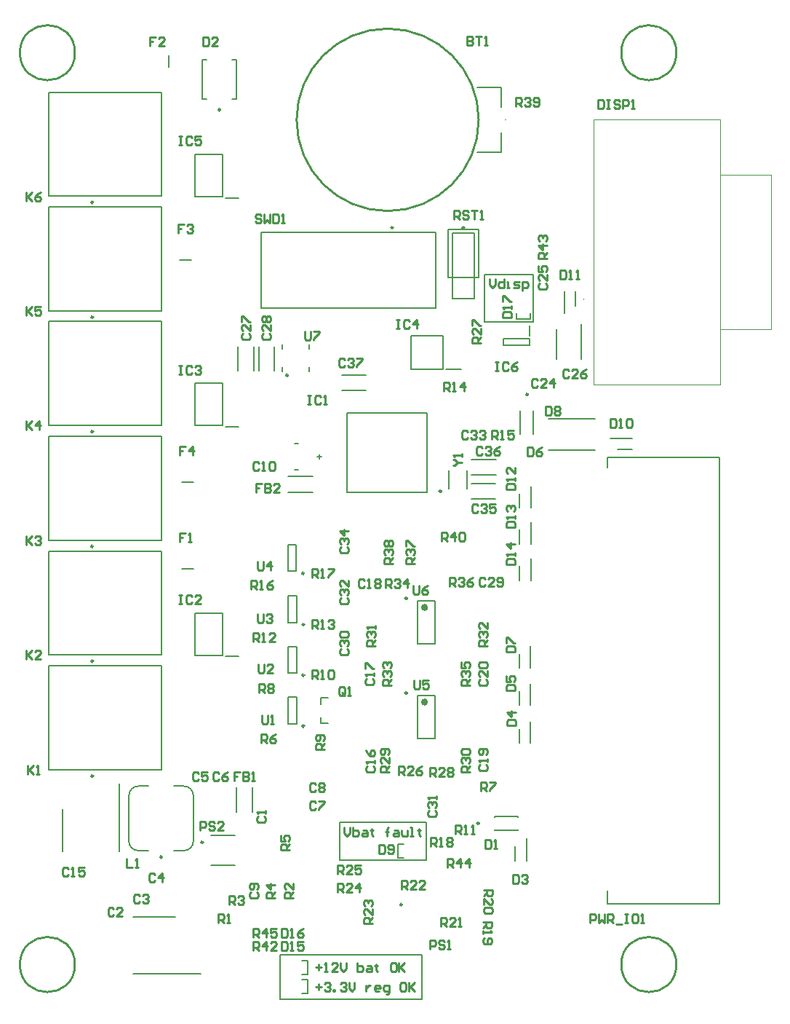
<source format=gbr>
%TF.GenerationSoftware,Altium Limited,Altium Designer,25.8.1 (18)*%
G04 Layer_Color=65535*
%FSLAX45Y45*%
%MOMM*%
%TF.SameCoordinates,031978D1-9D18-463A-8735-F8186BF7E524*%
%TF.FilePolarity,Positive*%
%TF.FileFunction,Legend,Top*%
%TF.Part,Single*%
G01*
G75*
%TA.AperFunction,NonConductor*%
%ADD70C,0.25400*%
%ADD71C,0.25000*%
%ADD72C,0.40000*%
%ADD73C,0.10000*%
%ADD74C,0.20000*%
%ADD75C,0.15400*%
D70*
X5630000Y10390000D02*
G03*
X5630000Y10390000I-1060000J0D01*
G01*
X7930156Y11170000D02*
G03*
X7930156Y11170000I-320156J0D01*
G01*
X930156D02*
G03*
X930156Y11170000I-320156J0D01*
G01*
Y570000D02*
G03*
X930156Y570000I-320156J0D01*
G01*
X7930156D02*
G03*
X7930156Y570000I-320156J0D01*
G01*
X3735400Y536594D02*
X3802045D01*
X3768722Y569917D02*
Y503272D01*
X3835368Y486610D02*
X3868690D01*
X3852029D01*
Y586578D01*
X3835368Y569917D01*
X3985319Y486610D02*
X3918674D01*
X3985319Y553255D01*
Y569917D01*
X3968658Y586578D01*
X3935336D01*
X3918674Y569917D01*
X4018642Y586578D02*
Y519933D01*
X4051964Y486610D01*
X4085287Y519933D01*
Y586578D01*
X4218578D02*
Y486610D01*
X4268561D01*
X4285223Y503272D01*
Y519933D01*
Y536594D01*
X4268561Y553255D01*
X4218578D01*
X4335207D02*
X4368529D01*
X4385190Y536594D01*
Y486610D01*
X4335207D01*
X4318545Y503272D01*
X4335207Y519933D01*
X4385190D01*
X4435175Y569917D02*
Y553255D01*
X4418513D01*
X4451836D01*
X4435175D01*
Y503272D01*
X4451836Y486610D01*
X4651771Y586578D02*
X4618449D01*
X4601787Y569917D01*
Y503272D01*
X4618449Y486610D01*
X4651771D01*
X4668432Y503272D01*
Y569917D01*
X4651771Y586578D01*
X4701755D02*
Y486610D01*
Y519933D01*
X4768400Y586578D01*
X4718417Y536594D01*
X4768400Y486610D01*
X3735400Y309917D02*
X3802045D01*
X3768722Y343239D02*
Y276594D01*
X3835368Y343239D02*
X3852029Y359900D01*
X3885352D01*
X3902013Y343239D01*
Y326578D01*
X3885352Y309917D01*
X3868690D01*
X3885352D01*
X3902013Y293255D01*
Y276594D01*
X3885352Y259933D01*
X3852029D01*
X3835368Y276594D01*
X3935336Y259933D02*
Y276594D01*
X3951997D01*
Y259933D01*
X3935336D01*
X4018642Y343239D02*
X4035303Y359900D01*
X4068626D01*
X4085287Y343239D01*
Y326578D01*
X4068626Y309917D01*
X4051964D01*
X4068626D01*
X4085287Y293255D01*
Y276594D01*
X4068626Y259933D01*
X4035303D01*
X4018642Y276594D01*
X4118610Y359900D02*
Y293255D01*
X4151932Y259933D01*
X4185255Y293255D01*
Y359900D01*
X4318545Y326578D02*
Y259933D01*
Y293255D01*
X4335207Y309917D01*
X4351868Y326578D01*
X4368529D01*
X4468497Y259933D02*
X4435175D01*
X4418513Y276594D01*
Y309917D01*
X4435175Y326578D01*
X4468497D01*
X4485158Y309917D01*
Y293255D01*
X4418513D01*
X4551803Y226610D02*
X4568465D01*
X4585126Y243271D01*
Y326578D01*
X4535142D01*
X4518481Y309917D01*
Y276594D01*
X4535142Y259933D01*
X4585126D01*
X4768400Y359900D02*
X4735078D01*
X4718417Y343239D01*
Y276594D01*
X4735078Y259933D01*
X4768400D01*
X4785062Y276594D01*
Y343239D01*
X4768400Y359900D01*
X4818384D02*
Y259933D01*
Y293255D01*
X4885029Y359900D01*
X4835046Y309917D01*
X4885029Y259933D01*
X4065439Y2166578D02*
Y2099933D01*
X4098761Y2066611D01*
X4132084Y2099933D01*
Y2166578D01*
X4165407D02*
Y2066611D01*
X4215391D01*
X4232052Y2083272D01*
Y2099933D01*
Y2116594D01*
X4215391Y2133256D01*
X4165407D01*
X4282036D02*
X4315358D01*
X4332020Y2116594D01*
Y2066611D01*
X4282036D01*
X4265375Y2083272D01*
X4282036Y2099933D01*
X4332020D01*
X4382004Y2149917D02*
Y2133256D01*
X4365342D01*
X4398665D01*
X4382004D01*
Y2083272D01*
X4398665Y2066611D01*
X4565278D02*
Y2149917D01*
Y2116594D01*
X4548617D01*
X4581939D01*
X4565278D01*
Y2149917D01*
X4581939Y2166578D01*
X4648584Y2133256D02*
X4681907D01*
X4698568Y2116594D01*
Y2066611D01*
X4648584D01*
X4631923Y2083272D01*
X4648584Y2099933D01*
X4698568D01*
X4731891Y2133256D02*
Y2083272D01*
X4748552Y2066611D01*
X4798536D01*
Y2133256D01*
X4831859Y2066611D02*
X4865181D01*
X4848520D01*
Y2166578D01*
X4831859D01*
X4931826Y2149917D02*
Y2133256D01*
X4915165D01*
X4948487D01*
X4931826D01*
Y2083272D01*
X4948487Y2066611D01*
X5755439Y8539901D02*
Y8473255D01*
X5788762Y8439933D01*
X5822084Y8473255D01*
Y8539901D01*
X5922052D02*
Y8439933D01*
X5872068D01*
X5855407Y8456594D01*
Y8489917D01*
X5872068Y8506578D01*
X5922052D01*
X5955375Y8439933D02*
X5988697D01*
X5972036D01*
Y8506578D01*
X5955375D01*
X6038681Y8439933D02*
X6088665D01*
X6105326Y8456594D01*
X6088665Y8473255D01*
X6055342D01*
X6038681Y8489917D01*
X6055342Y8506578D01*
X6105326D01*
X6138649Y8406610D02*
Y8506578D01*
X6188633D01*
X6205294Y8489917D01*
Y8456594D01*
X6188633Y8439933D01*
X6138649D01*
X5061505Y749216D02*
Y850784D01*
X5112288D01*
X5129216Y833856D01*
Y800000D01*
X5112288Y783072D01*
X5061505D01*
X5230784Y833856D02*
X5213856Y850784D01*
X5180000D01*
X5163072Y833856D01*
Y816928D01*
X5180000Y800000D01*
X5213856D01*
X5230784Y783072D01*
Y766144D01*
X5213856Y749216D01*
X5180000D01*
X5163072Y766144D01*
X5264639Y749216D02*
X5298495D01*
X5281567D01*
Y850784D01*
X5264639Y833856D01*
X3605361Y7930784D02*
Y7846144D01*
X3622289Y7829216D01*
X3656144D01*
X3673072Y7846144D01*
Y7930784D01*
X3706928D02*
X3774639D01*
Y7913856D01*
X3706928Y7846144D01*
Y7829216D01*
X6926835Y1057680D02*
Y1159248D01*
X6977618D01*
X6994546Y1142320D01*
Y1108464D01*
X6977618Y1091536D01*
X6926835D01*
X7028402Y1159248D02*
Y1057680D01*
X7062257Y1091536D01*
X7096113Y1057680D01*
Y1159248D01*
X7129969Y1057680D02*
Y1159248D01*
X7180752D01*
X7197680Y1142320D01*
Y1108464D01*
X7180752Y1091536D01*
X7129969D01*
X7163825D02*
X7197680Y1057680D01*
X7231536Y1040753D02*
X7299248D01*
X7333103Y1159248D02*
X7366959D01*
X7350031D01*
Y1057680D01*
X7333103D01*
X7366959D01*
X7468526Y1159248D02*
X7434671D01*
X7417743Y1142320D01*
Y1074608D01*
X7434671Y1057680D01*
X7468526D01*
X7485454Y1074608D01*
Y1142320D01*
X7468526Y1159248D01*
X7519310Y1057680D02*
X7553166D01*
X7536238D01*
Y1159248D01*
X7519310Y1142320D01*
X3004577Y890426D02*
Y991993D01*
X3055360D01*
X3072288Y975066D01*
Y941210D01*
X3055360Y924282D01*
X3004577D01*
X3038433D02*
X3072288Y890426D01*
X3156928D02*
Y991993D01*
X3106144Y941210D01*
X3173855D01*
X3275423Y991993D02*
X3207711D01*
Y941210D01*
X3241567Y958138D01*
X3258495D01*
X3275423Y941210D01*
Y907354D01*
X3258495Y890426D01*
X3224639D01*
X3207711Y907354D01*
X5909255Y8094252D02*
X6010823D01*
Y8145035D01*
X5993895Y8161963D01*
X5926183D01*
X5909255Y8145035D01*
Y8094252D01*
X6010823Y8195819D02*
Y8229674D01*
Y8212747D01*
X5909255D01*
X5926183Y8195819D01*
X5909255Y8280458D02*
Y8348169D01*
X5926183D01*
X5993895Y8280458D01*
X6010823D01*
X5264616Y1700427D02*
Y1801994D01*
X5315399D01*
X5332327Y1785067D01*
Y1751211D01*
X5315399Y1734283D01*
X5264616D01*
X5298471D02*
X5332327Y1700427D01*
X5416967D02*
Y1801994D01*
X5366183Y1751211D01*
X5433894D01*
X5518534Y1700427D02*
Y1801994D01*
X5467750Y1751211D01*
X5535462D01*
X6420822Y8775787D02*
X6319255D01*
Y8826571D01*
X6336183Y8843499D01*
X6370039D01*
X6386967Y8826571D01*
Y8775787D01*
Y8809643D02*
X6420822Y8843499D01*
Y8928138D02*
X6319255D01*
X6370039Y8877355D01*
Y8945066D01*
X6336183Y8978922D02*
X6319255Y8995850D01*
Y9029705D01*
X6336183Y9046633D01*
X6353111D01*
X6370039Y9029705D01*
Y9012778D01*
Y9029705D01*
X6386967Y9046633D01*
X6403894D01*
X6420822Y9029705D01*
Y8995850D01*
X6403894Y8978922D01*
X3004577Y730426D02*
Y831994D01*
X3055360D01*
X3072288Y815066D01*
Y781210D01*
X3055360Y764282D01*
X3004577D01*
X3038433D02*
X3072288Y730426D01*
X3156928D02*
Y831994D01*
X3106144Y781210D01*
X3173855D01*
X3275423Y730426D02*
X3207711D01*
X3275423Y798138D01*
Y815066D01*
X3258495Y831994D01*
X3224639D01*
X3207711Y815066D01*
X3333041Y991993D02*
Y890426D01*
X3383824D01*
X3400752Y907354D01*
Y975066D01*
X3383824Y991993D01*
X3333041D01*
X3434608Y890426D02*
X3468464D01*
X3451536D01*
Y991993D01*
X3434608Y975066D01*
X3586959Y991993D02*
X3553103Y975066D01*
X3519247Y941210D01*
Y907354D01*
X3536175Y890426D01*
X3570031D01*
X3586959Y907354D01*
Y924282D01*
X3570031Y941210D01*
X3519247D01*
X3333041Y831994D02*
Y730426D01*
X3383824D01*
X3400752Y747354D01*
Y815066D01*
X3383824Y831994D01*
X3333041D01*
X3434608Y730426D02*
X3468464D01*
X3451536D01*
Y831994D01*
X3434608Y815066D01*
X3586959Y831994D02*
X3519247D01*
Y781210D01*
X3553103Y798138D01*
X3570031D01*
X3586959Y781210D01*
Y747354D01*
X3570031Y730426D01*
X3536175D01*
X3519247Y747354D01*
X365361Y5550784D02*
Y5449216D01*
Y5483072D01*
X433072Y5550784D01*
X382289Y5500000D01*
X433072Y5449216D01*
X466928Y5533856D02*
X483856Y5550784D01*
X517712D01*
X534640Y5533856D01*
Y5516928D01*
X517712Y5500000D01*
X500784D01*
X517712D01*
X534640Y5483072D01*
Y5466144D01*
X517712Y5449216D01*
X483856D01*
X466928Y5466144D01*
X1383111Y1215066D02*
X1366183Y1231994D01*
X1332328D01*
X1315400Y1215066D01*
Y1147355D01*
X1332328Y1130427D01*
X1366183D01*
X1383111Y1147355D01*
X1484678Y1130427D02*
X1416967D01*
X1484678Y1198138D01*
Y1215066D01*
X1467750Y1231994D01*
X1433895D01*
X1416967Y1215066D01*
X5339080Y9235440D02*
Y9337007D01*
X5389863D01*
X5406791Y9320079D01*
Y9286223D01*
X5389863Y9269296D01*
X5339080D01*
X5372936D02*
X5406791Y9235440D01*
X5508359Y9320079D02*
X5491431Y9337007D01*
X5457575D01*
X5440647Y9320079D01*
Y9303151D01*
X5457575Y9286223D01*
X5491431D01*
X5508359Y9269296D01*
Y9252368D01*
X5491431Y9235440D01*
X5457575D01*
X5440647Y9252368D01*
X5542214Y9337007D02*
X5609926D01*
X5576070D01*
Y9235440D01*
X5643782D02*
X5677637D01*
X5660710D01*
Y9337007D01*
X5643782Y9320079D01*
X5194577Y5489217D02*
Y5590784D01*
X5245361D01*
X5262289Y5573856D01*
Y5540000D01*
X5245361Y5523072D01*
X5194577D01*
X5228433D02*
X5262289Y5489217D01*
X5346928D02*
Y5590784D01*
X5296145Y5540000D01*
X5363856D01*
X5397712Y5573856D02*
X5414640Y5590784D01*
X5448495D01*
X5465423Y5573856D01*
Y5506144D01*
X5448495Y5489217D01*
X5414640D01*
X5397712Y5506144D01*
Y5573856D01*
X6062980Y10546080D02*
Y10647647D01*
X6113763D01*
X6130691Y10630719D01*
Y10596863D01*
X6113763Y10579936D01*
X6062980D01*
X6096836D02*
X6130691Y10546080D01*
X6164547Y10630719D02*
X6181475Y10647647D01*
X6215331D01*
X6232259Y10630719D01*
Y10613791D01*
X6215331Y10596863D01*
X6198403D01*
X6215331D01*
X6232259Y10579936D01*
Y10563008D01*
X6215331Y10546080D01*
X6181475D01*
X6164547Y10563008D01*
X6266114D02*
X6283042Y10546080D01*
X6316898D01*
X6333826Y10563008D01*
Y10630719D01*
X6316898Y10647647D01*
X6283042D01*
X6266114Y10630719D01*
Y10613791D01*
X6283042Y10596863D01*
X6333826D01*
X4071350Y7603110D02*
X4054422Y7620038D01*
X4020567D01*
X4003639Y7603110D01*
Y7535398D01*
X4020567Y7518470D01*
X4054422D01*
X4071350Y7535398D01*
X4105206Y7603110D02*
X4122134Y7620038D01*
X4155990D01*
X4172917Y7603110D01*
Y7586182D01*
X4155990Y7569254D01*
X4139062D01*
X4155990D01*
X4172917Y7552326D01*
Y7535398D01*
X4155990Y7518470D01*
X4122134D01*
X4105206Y7535398D01*
X4206773Y7620038D02*
X4274485D01*
Y7603110D01*
X4206773Y7535398D01*
Y7518470D01*
X5491505Y11360784D02*
Y11259216D01*
X5542288D01*
X5559216Y11276144D01*
Y11293072D01*
X5542288Y11310000D01*
X5491505D01*
X5542288D01*
X5559216Y11326928D01*
Y11343856D01*
X5542288Y11360784D01*
X5491505D01*
X5593072D02*
X5660783D01*
X5626928D01*
Y11259216D01*
X5694639D02*
X5728495D01*
X5711567D01*
Y11360784D01*
X5694639Y11343856D01*
X5329216Y6372289D02*
X5346144D01*
X5380000Y6406144D01*
X5346144Y6440000D01*
X5329216D01*
X5380000Y6406144D02*
X5430783D01*
Y6473856D02*
Y6507712D01*
Y6490784D01*
X5329216D01*
X5346144Y6473856D01*
X5672288Y6573856D02*
X5655361Y6590784D01*
X5621505D01*
X5604577Y6573856D01*
Y6506144D01*
X5621505Y6489216D01*
X5655361D01*
X5672288Y6506144D01*
X5706144Y6573856D02*
X5723072Y6590784D01*
X5756928D01*
X5773856Y6573856D01*
Y6556928D01*
X5756928Y6540000D01*
X5740000D01*
X5756928D01*
X5773856Y6523072D01*
Y6506144D01*
X5756928Y6489216D01*
X5723072D01*
X5706144Y6506144D01*
X5875423Y6590784D02*
X5841567Y6573856D01*
X5807712Y6540000D01*
Y6506144D01*
X5824639Y6489216D01*
X5858495D01*
X5875423Y6506144D01*
Y6523072D01*
X5858495Y6540000D01*
X5807712D01*
X5622127Y5906355D02*
X5605199Y5923283D01*
X5571343D01*
X5554415Y5906355D01*
Y5838644D01*
X5571343Y5821716D01*
X5605199D01*
X5622127Y5838644D01*
X5655983Y5906355D02*
X5672910Y5923283D01*
X5706766D01*
X5723694Y5906355D01*
Y5889427D01*
X5706766Y5872499D01*
X5689838D01*
X5706766D01*
X5723694Y5855571D01*
Y5838644D01*
X5706766Y5821716D01*
X5672910D01*
X5655983Y5838644D01*
X5825261Y5923283D02*
X5757550D01*
Y5872499D01*
X5791405Y5889427D01*
X5808333D01*
X5825261Y5872499D01*
Y5838644D01*
X5808333Y5821716D01*
X5774478D01*
X5757550Y5838644D01*
X4026144Y5422288D02*
X4009216Y5405361D01*
Y5371505D01*
X4026144Y5354577D01*
X4093855D01*
X4110783Y5371505D01*
Y5405361D01*
X4093855Y5422288D01*
X4026144Y5456144D02*
X4009216Y5473072D01*
Y5506928D01*
X4026144Y5523856D01*
X4043072D01*
X4060000Y5506928D01*
Y5490000D01*
Y5506928D01*
X4076928Y5523856D01*
X4093855D01*
X4110783Y5506928D01*
Y5473072D01*
X4093855Y5456144D01*
X4110783Y5608495D02*
X4009216D01*
X4060000Y5557712D01*
Y5625423D01*
X5502327Y6765066D02*
X5485399Y6781994D01*
X5451544D01*
X5434616Y6765066D01*
Y6697355D01*
X5451544Y6680427D01*
X5485399D01*
X5502327Y6697355D01*
X5536183Y6765066D02*
X5553111Y6781994D01*
X5586967D01*
X5603895Y6765066D01*
Y6748138D01*
X5586967Y6731210D01*
X5570039D01*
X5586967D01*
X5603895Y6714282D01*
Y6697355D01*
X5586967Y6680427D01*
X5553111D01*
X5536183Y6697355D01*
X5637750Y6765066D02*
X5654678Y6781994D01*
X5688534D01*
X5705462Y6765066D01*
Y6748138D01*
X5688534Y6731210D01*
X5671606D01*
X5688534D01*
X5705462Y6714282D01*
Y6697355D01*
X5688534Y6680427D01*
X5654678D01*
X5637750Y6697355D01*
X4865400Y4971994D02*
Y4887355D01*
X4882328Y4870427D01*
X4916183D01*
X4933111Y4887355D01*
Y4971994D01*
X5034678D02*
X5000823Y4955066D01*
X4966967Y4921210D01*
Y4887355D01*
X4983895Y4870427D01*
X5017750D01*
X5034678Y4887355D01*
Y4904283D01*
X5017750Y4921210D01*
X4966967D01*
X4875400Y3871994D02*
Y3787355D01*
X4892328Y3770427D01*
X4926183D01*
X4943111Y3787355D01*
Y3871994D01*
X5044678D02*
X4976967D01*
Y3821210D01*
X5010823Y3838138D01*
X5027750D01*
X5044678Y3821210D01*
Y3787355D01*
X5027750Y3770427D01*
X4993895D01*
X4976967Y3787355D01*
X4630822Y5225788D02*
X4529255D01*
Y5276572D01*
X4546183Y5293499D01*
X4580039D01*
X4596966Y5276572D01*
Y5225788D01*
Y5259644D02*
X4630822Y5293499D01*
X4546183Y5327355D02*
X4529255Y5344283D01*
Y5378139D01*
X4546183Y5395067D01*
X4563111D01*
X4580039Y5378139D01*
Y5361211D01*
Y5378139D01*
X4596966Y5395067D01*
X4613894D01*
X4630822Y5378139D01*
Y5344283D01*
X4613894Y5327355D01*
X4546183Y5428923D02*
X4529255Y5445850D01*
Y5479706D01*
X4546183Y5496634D01*
X4563111D01*
X4580039Y5479706D01*
X4596966Y5496634D01*
X4613894D01*
X4630822Y5479706D01*
Y5445850D01*
X4613894Y5428923D01*
X4596966D01*
X4580039Y5445850D01*
X4563111Y5428923D01*
X4546183D01*
X4580039Y5445850D02*
Y5479706D01*
X4880822Y5225788D02*
X4779255D01*
Y5276572D01*
X4796183Y5293499D01*
X4830039D01*
X4846966Y5276572D01*
Y5225788D01*
Y5259644D02*
X4880822Y5293499D01*
X4796183Y5327355D02*
X4779255Y5344283D01*
Y5378139D01*
X4796183Y5395067D01*
X4813111D01*
X4830039Y5378139D01*
Y5361211D01*
Y5378139D01*
X4846966Y5395067D01*
X4863894D01*
X4880822Y5378139D01*
Y5344283D01*
X4863894Y5327355D01*
X4779255Y5428923D02*
Y5496634D01*
X4796183D01*
X4863894Y5428923D01*
X4880822D01*
X5294616Y4970427D02*
Y5071994D01*
X5345400D01*
X5362327Y5055066D01*
Y5021210D01*
X5345400Y5004283D01*
X5294616D01*
X5328472D02*
X5362327Y4970427D01*
X5396183Y5055066D02*
X5413111Y5071994D01*
X5446967D01*
X5463895Y5055066D01*
Y5038138D01*
X5446967Y5021210D01*
X5430039D01*
X5446967D01*
X5463895Y5004283D01*
Y4987355D01*
X5446967Y4970427D01*
X5413111D01*
X5396183Y4987355D01*
X5565462Y5071994D02*
X5531606Y5055066D01*
X5497750Y5021210D01*
Y4987355D01*
X5514678Y4970427D01*
X5548534D01*
X5565462Y4987355D01*
Y5004283D01*
X5548534Y5021210D01*
X5497750D01*
X5530823Y3815787D02*
X5429255D01*
Y3866571D01*
X5446183Y3883499D01*
X5480039D01*
X5496967Y3866571D01*
Y3815787D01*
Y3849643D02*
X5530823Y3883499D01*
X5446183Y3917355D02*
X5429255Y3934282D01*
Y3968138D01*
X5446183Y3985066D01*
X5463111D01*
X5480039Y3968138D01*
Y3951210D01*
Y3968138D01*
X5496967Y3985066D01*
X5513895D01*
X5530823Y3968138D01*
Y3934282D01*
X5513895Y3917355D01*
X5429255Y4086633D02*
Y4018922D01*
X5480039D01*
X5463111Y4052778D01*
Y4069705D01*
X5480039Y4086633D01*
X5513895D01*
X5530823Y4069705D01*
Y4035850D01*
X5513895Y4018922D01*
X4544577Y4949216D02*
Y5050784D01*
X4595361D01*
X4612288Y5033856D01*
Y5000000D01*
X4595361Y4983072D01*
X4544577D01*
X4578433D02*
X4612288Y4949216D01*
X4646144Y5033856D02*
X4663072Y5050784D01*
X4696928D01*
X4713856Y5033856D01*
Y5016928D01*
X4696928Y5000000D01*
X4680000D01*
X4696928D01*
X4713856Y4983072D01*
Y4966144D01*
X4696928Y4949216D01*
X4663072D01*
X4646144Y4966144D01*
X4798495Y4949216D02*
Y5050784D01*
X4747712Y5000000D01*
X4815423D01*
X4610822Y3815788D02*
X4509255D01*
Y3866571D01*
X4526183Y3883499D01*
X4560039D01*
X4576966Y3866571D01*
Y3815788D01*
Y3849644D02*
X4610822Y3883499D01*
X4526183Y3917355D02*
X4509255Y3934283D01*
Y3968139D01*
X4526183Y3985066D01*
X4543111D01*
X4560039Y3968139D01*
Y3951211D01*
Y3968139D01*
X4576966Y3985066D01*
X4593894D01*
X4610822Y3968139D01*
Y3934283D01*
X4593894Y3917355D01*
X4526183Y4018922D02*
X4509255Y4035850D01*
Y4069706D01*
X4526183Y4086634D01*
X4543111D01*
X4560039Y4069706D01*
Y4052778D01*
Y4069706D01*
X4576966Y4086634D01*
X4593894D01*
X4610822Y4069706D01*
Y4035850D01*
X4593894Y4018922D01*
X5730822Y4275787D02*
X5629255D01*
Y4326571D01*
X5646183Y4343499D01*
X5680039D01*
X5696967Y4326571D01*
Y4275787D01*
Y4309643D02*
X5730822Y4343499D01*
X5646183Y4377355D02*
X5629255Y4394283D01*
Y4428138D01*
X5646183Y4445066D01*
X5663111D01*
X5680039Y4428138D01*
Y4411210D01*
Y4428138D01*
X5696967Y4445066D01*
X5713895D01*
X5730822Y4428138D01*
Y4394283D01*
X5713895Y4377355D01*
X5730822Y4546633D02*
Y4478922D01*
X5663111Y4546633D01*
X5646183D01*
X5629255Y4529705D01*
Y4495850D01*
X5646183Y4478922D01*
X4430822Y4272716D02*
X4329255D01*
Y4323499D01*
X4346183Y4340427D01*
X4380039D01*
X4396967Y4323499D01*
Y4272716D01*
Y4306571D02*
X4430822Y4340427D01*
X4346183Y4374283D02*
X4329255Y4391211D01*
Y4425066D01*
X4346183Y4441994D01*
X4363111D01*
X4380039Y4425066D01*
Y4408139D01*
Y4425066D01*
X4396967Y4441994D01*
X4413894D01*
X4430822Y4425066D01*
Y4391211D01*
X4413894Y4374283D01*
X4430822Y4475850D02*
Y4509706D01*
Y4492778D01*
X4329255D01*
X4346183Y4475850D01*
X5530823Y2805787D02*
X5429255D01*
Y2856571D01*
X5446183Y2873499D01*
X5480039D01*
X5496967Y2856571D01*
Y2805787D01*
Y2839643D02*
X5530823Y2873499D01*
X5446183Y2907355D02*
X5429255Y2924282D01*
Y2958138D01*
X5446183Y2975066D01*
X5463111D01*
X5480039Y2958138D01*
Y2941210D01*
Y2958138D01*
X5496967Y2975066D01*
X5513895D01*
X5530823Y2958138D01*
Y2924282D01*
X5513895Y2907355D01*
X5446183Y3008922D02*
X5429255Y3025850D01*
Y3059705D01*
X5446183Y3076633D01*
X5513895D01*
X5530823Y3059705D01*
Y3025850D01*
X5513895Y3008922D01*
X5446183D01*
X4590822Y2805788D02*
X4489255D01*
Y2856571D01*
X4506183Y2873499D01*
X4540038D01*
X4556966Y2856571D01*
Y2805788D01*
Y2839643D02*
X4590822Y2873499D01*
Y2975066D02*
Y2907355D01*
X4523111Y2975066D01*
X4506183D01*
X4489255Y2958138D01*
Y2924283D01*
X4506183Y2907355D01*
X4573894Y3008922D02*
X4590822Y3025850D01*
Y3059706D01*
X4573894Y3076633D01*
X4506183D01*
X4489255Y3059706D01*
Y3025850D01*
X4506183Y3008922D01*
X4523111D01*
X4540038Y3025850D01*
Y3076633D01*
X5064616Y2760427D02*
Y2861994D01*
X5115399D01*
X5132327Y2845066D01*
Y2811210D01*
X5115399Y2794282D01*
X5064616D01*
X5098472D02*
X5132327Y2760427D01*
X5233895D02*
X5166183D01*
X5233895Y2828138D01*
Y2845066D01*
X5216967Y2861994D01*
X5183111D01*
X5166183Y2845066D01*
X5267750D02*
X5284678Y2861994D01*
X5318534D01*
X5335462Y2845066D01*
Y2828138D01*
X5318534Y2811210D01*
X5335462Y2794282D01*
Y2777355D01*
X5318534Y2760427D01*
X5284678D01*
X5267750Y2777355D01*
Y2794282D01*
X5284678Y2811210D01*
X5267750Y2828138D01*
Y2845066D01*
X5284678Y2811210D02*
X5318534D01*
X5949255Y5224251D02*
X6050823D01*
Y5275035D01*
X6033895Y5291963D01*
X5966183D01*
X5949255Y5275035D01*
Y5224251D01*
X6050823Y5325819D02*
Y5359674D01*
Y5342746D01*
X5949255D01*
X5966183Y5325819D01*
X6050823Y5461242D02*
X5949255D01*
X6000039Y5410458D01*
Y5478169D01*
X5949255Y5654252D02*
X6050823D01*
Y5705035D01*
X6033895Y5721963D01*
X5966183D01*
X5949255Y5705035D01*
Y5654252D01*
X6050823Y5755819D02*
Y5789674D01*
Y5772747D01*
X5949255D01*
X5966183Y5755819D01*
Y5840458D02*
X5949255Y5857386D01*
Y5891242D01*
X5966183Y5908170D01*
X5983111D01*
X6000039Y5891242D01*
Y5874314D01*
Y5891242D01*
X6016967Y5908170D01*
X6033895D01*
X6050823Y5891242D01*
Y5857386D01*
X6033895Y5840458D01*
X5949255Y6094251D02*
X6050823D01*
Y6145035D01*
X6033895Y6161963D01*
X5966183D01*
X5949255Y6145035D01*
Y6094251D01*
X6050823Y6195819D02*
Y6229674D01*
Y6212747D01*
X5949255D01*
X5966183Y6195819D01*
X6050823Y6348169D02*
Y6280458D01*
X5983111Y6348169D01*
X5966183D01*
X5949255Y6331242D01*
Y6297386D01*
X5966183Y6280458D01*
X4026144Y4832289D02*
X4009216Y4815361D01*
Y4781505D01*
X4026144Y4764577D01*
X4093855D01*
X4110783Y4781505D01*
Y4815361D01*
X4093855Y4832289D01*
X4026144Y4866145D02*
X4009216Y4883073D01*
Y4916928D01*
X4026144Y4933856D01*
X4043072D01*
X4060000Y4916928D01*
Y4900000D01*
Y4916928D01*
X4076928Y4933856D01*
X4093855D01*
X4110783Y4916928D01*
Y4883073D01*
X4093855Y4866145D01*
X4110783Y5035423D02*
Y4967712D01*
X4043072Y5035423D01*
X4026144D01*
X4009216Y5018495D01*
Y4984640D01*
X4026144Y4967712D01*
X5056183Y2360427D02*
X5039255Y2343499D01*
Y2309643D01*
X5056183Y2292716D01*
X5123894D01*
X5140822Y2309643D01*
Y2343499D01*
X5123894Y2360427D01*
X5056183Y2394283D02*
X5039255Y2411211D01*
Y2445066D01*
X5056183Y2461994D01*
X5073111D01*
X5090039Y2445066D01*
Y2428138D01*
Y2445066D01*
X5106966Y2461994D01*
X5123894D01*
X5140822Y2445066D01*
Y2411211D01*
X5123894Y2394283D01*
X5140822Y2495850D02*
Y2529706D01*
Y2512778D01*
X5039255D01*
X5056183Y2495850D01*
X4026144Y4242288D02*
X4009216Y4225361D01*
Y4191505D01*
X4026144Y4174577D01*
X4093856D01*
X4110783Y4191505D01*
Y4225361D01*
X4093856Y4242288D01*
X4026144Y4276144D02*
X4009216Y4293072D01*
Y4326928D01*
X4026144Y4343856D01*
X4043072D01*
X4060000Y4326928D01*
Y4310000D01*
Y4326928D01*
X4076928Y4343856D01*
X4093856D01*
X4110783Y4326928D01*
Y4293072D01*
X4093856Y4276144D01*
X4026144Y4377712D02*
X4009216Y4394639D01*
Y4428495D01*
X4026144Y4445423D01*
X4093856D01*
X4110783Y4428495D01*
Y4394639D01*
X4093856Y4377712D01*
X4026144D01*
X5702327Y5055066D02*
X5685400Y5071994D01*
X5651544D01*
X5634616Y5055066D01*
Y4987355D01*
X5651544Y4970427D01*
X5685400D01*
X5702327Y4987355D01*
X5803895Y4970427D02*
X5736183D01*
X5803895Y5038138D01*
Y5055066D01*
X5786967Y5071994D01*
X5753111D01*
X5736183Y5055066D01*
X5837751Y4987355D02*
X5854678Y4970427D01*
X5888534D01*
X5905462Y4987355D01*
Y5055066D01*
X5888534Y5071994D01*
X5854678D01*
X5837751Y5055066D01*
Y5038138D01*
X5854678Y5021210D01*
X5905462D01*
X3126144Y7902289D02*
X3109216Y7885361D01*
Y7851505D01*
X3126144Y7834577D01*
X3193855D01*
X3210783Y7851505D01*
Y7885361D01*
X3193855Y7902289D01*
X3210783Y8003856D02*
Y7936145D01*
X3143072Y8003856D01*
X3126144D01*
X3109216Y7986928D01*
Y7953072D01*
X3126144Y7936145D01*
Y8037712D02*
X3109216Y8054640D01*
Y8088495D01*
X3126144Y8105423D01*
X3143072D01*
X3160000Y8088495D01*
X3176928Y8105423D01*
X3193855D01*
X3210783Y8088495D01*
Y8054640D01*
X3193855Y8037712D01*
X3176928D01*
X3160000Y8054640D01*
X3143072Y8037712D01*
X3126144D01*
X3160000Y8054640D02*
Y8088495D01*
X2886144Y7902289D02*
X2869216Y7885361D01*
Y7851505D01*
X2886144Y7834577D01*
X2953855D01*
X2970783Y7851505D01*
Y7885361D01*
X2953855Y7902289D01*
X2970783Y8003856D02*
Y7936145D01*
X2903072Y8003856D01*
X2886144D01*
X2869216Y7986928D01*
Y7953072D01*
X2886144Y7936145D01*
X2869216Y8037712D02*
Y8105423D01*
X2886144D01*
X2953855Y8037712D01*
X2970783D01*
X5650822Y7795788D02*
X5549255D01*
Y7846571D01*
X5566183Y7863499D01*
X5600039D01*
X5616967Y7846571D01*
Y7795788D01*
Y7829643D02*
X5650822Y7863499D01*
Y7965066D02*
Y7897355D01*
X5583111Y7965066D01*
X5566183D01*
X5549255Y7948138D01*
Y7914283D01*
X5566183Y7897355D01*
X5549255Y7998922D02*
Y8066633D01*
X5566183D01*
X5633894Y7998922D01*
X5650822D01*
X4694616Y2770427D02*
Y2871994D01*
X4745399D01*
X4762327Y2855066D01*
Y2821210D01*
X4745399Y2804282D01*
X4694616D01*
X4728472D02*
X4762327Y2770427D01*
X4863895D02*
X4796183D01*
X4863895Y2838138D01*
Y2855066D01*
X4846967Y2871994D01*
X4813111D01*
X4796183Y2855066D01*
X4965462Y2871994D02*
X4931606Y2855066D01*
X4897750Y2821210D01*
Y2787355D01*
X4914678Y2770427D01*
X4948534D01*
X4965462Y2787355D01*
Y2804282D01*
X4948534Y2821210D01*
X4897750D01*
X3984577Y1619216D02*
Y1720784D01*
X4035361D01*
X4052289Y1703856D01*
Y1670000D01*
X4035361Y1653072D01*
X3984577D01*
X4018433D02*
X4052289Y1619216D01*
X4153856D02*
X4086144D01*
X4153856Y1686928D01*
Y1703856D01*
X4136928Y1720784D01*
X4103072D01*
X4086144Y1703856D01*
X4255423Y1720784D02*
X4187712D01*
Y1670000D01*
X4221567Y1686928D01*
X4238495D01*
X4255423Y1670000D01*
Y1636144D01*
X4238495Y1619216D01*
X4204640D01*
X4187712Y1636144D01*
X3984577Y1409216D02*
Y1510784D01*
X4035361D01*
X4052289Y1493856D01*
Y1460000D01*
X4035361Y1443072D01*
X3984577D01*
X4018433D02*
X4052289Y1409216D01*
X4153856D02*
X4086144D01*
X4153856Y1476928D01*
Y1493856D01*
X4136928Y1510784D01*
X4103072D01*
X4086144Y1493856D01*
X4238495Y1409216D02*
Y1510784D01*
X4187712Y1460000D01*
X4255423D01*
X4390784Y1045787D02*
X4289216D01*
Y1096571D01*
X4306144Y1113498D01*
X4340000D01*
X4356928Y1096571D01*
Y1045787D01*
Y1079643D02*
X4390784Y1113498D01*
Y1215066D02*
Y1147354D01*
X4323072Y1215066D01*
X4306144D01*
X4289216Y1198138D01*
Y1164282D01*
X4306144Y1147354D01*
Y1248922D02*
X4289216Y1265849D01*
Y1299705D01*
X4306144Y1316633D01*
X4323072D01*
X4340000Y1299705D01*
Y1282777D01*
Y1299705D01*
X4356928Y1316633D01*
X4373856D01*
X4390784Y1299705D01*
Y1265849D01*
X4373856Y1248922D01*
X4734577Y1449217D02*
Y1550784D01*
X4785361D01*
X4802288Y1533856D01*
Y1500000D01*
X4785361Y1483072D01*
X4734577D01*
X4768433D02*
X4802288Y1449217D01*
X4903856D02*
X4836144D01*
X4903856Y1516928D01*
Y1533856D01*
X4886928Y1550784D01*
X4853072D01*
X4836144Y1533856D01*
X5005423Y1449217D02*
X4937711D01*
X5005423Y1516928D01*
Y1533856D01*
X4988495Y1550784D01*
X4954639D01*
X4937711Y1533856D01*
X5191544Y1010427D02*
Y1111994D01*
X5242327D01*
X5259255Y1095067D01*
Y1061211D01*
X5242327Y1044283D01*
X5191544D01*
X5225400D02*
X5259255Y1010427D01*
X5360822D02*
X5293111D01*
X5360822Y1078139D01*
Y1095067D01*
X5343895Y1111994D01*
X5310039D01*
X5293111Y1095067D01*
X5394678Y1010427D02*
X5428534D01*
X5411606D01*
Y1111994D01*
X5394678Y1095067D01*
X5689255Y1436633D02*
X5790823D01*
Y1385850D01*
X5773895Y1368922D01*
X5740039D01*
X5723111Y1385850D01*
Y1436633D01*
Y1402778D02*
X5689255Y1368922D01*
Y1267355D02*
Y1335066D01*
X5756967Y1267355D01*
X5773895D01*
X5790823Y1284283D01*
Y1318138D01*
X5773895Y1335066D01*
Y1233499D02*
X5790823Y1216571D01*
Y1182715D01*
X5773895Y1165788D01*
X5706183D01*
X5689255Y1182715D01*
Y1216571D01*
X5706183Y1233499D01*
X5773895D01*
X5679255Y1068170D02*
X5780823D01*
Y1017386D01*
X5763895Y1000458D01*
X5730039D01*
X5713111Y1017386D01*
Y1068170D01*
Y1034314D02*
X5679255Y1000458D01*
Y966602D02*
Y932747D01*
Y949675D01*
X5780823D01*
X5763895Y966602D01*
X5696183Y881963D02*
X5679255Y865035D01*
Y831179D01*
X5696183Y814252D01*
X5763895D01*
X5780823Y831179D01*
Y865035D01*
X5763895Y881963D01*
X5746967D01*
X5730039Y865035D01*
Y814252D01*
X5073080Y1940427D02*
Y2041994D01*
X5123864D01*
X5140791Y2025066D01*
Y1991210D01*
X5123864Y1974283D01*
X5073080D01*
X5106936D02*
X5140791Y1940427D01*
X5174647D02*
X5208503D01*
X5191575D01*
Y2041994D01*
X5174647Y2025066D01*
X5259287D02*
X5276214Y2041994D01*
X5310070D01*
X5326998Y2025066D01*
Y2008138D01*
X5310070Y1991210D01*
X5326998Y1974283D01*
Y1957355D01*
X5310070Y1940427D01*
X5276214D01*
X5259287Y1957355D01*
Y1974283D01*
X5276214Y1991210D01*
X5259287Y2008138D01*
Y2025066D01*
X5276214Y1991210D02*
X5310070D01*
X365361Y9550784D02*
Y9449217D01*
Y9483072D01*
X433072Y9550784D01*
X382289Y9500000D01*
X433072Y9449217D01*
X534640Y9550784D02*
X500784Y9533856D01*
X466928Y9500000D01*
Y9466144D01*
X483856Y9449217D01*
X517712D01*
X534640Y9466144D01*
Y9483072D01*
X517712Y9500000D01*
X466928D01*
X365361Y8220784D02*
Y8119216D01*
Y8153072D01*
X433072Y8220784D01*
X382289Y8170000D01*
X433072Y8119216D01*
X534640Y8220784D02*
X466928D01*
Y8170000D01*
X500784Y8186928D01*
X517712D01*
X534640Y8170000D01*
Y8136144D01*
X517712Y8119216D01*
X483856D01*
X466928Y8136144D01*
X5823080Y7571994D02*
X5856936D01*
X5840008D01*
Y7470427D01*
X5823080D01*
X5856936D01*
X5975431Y7555066D02*
X5958503Y7571994D01*
X5924647D01*
X5907719Y7555066D01*
Y7487355D01*
X5924647Y7470427D01*
X5958503D01*
X5975431Y7487355D01*
X6076998Y7571994D02*
X6043142Y7555066D01*
X6009287Y7521210D01*
Y7487355D01*
X6026215Y7470427D01*
X6060070D01*
X6076998Y7487355D01*
Y7504282D01*
X6060070Y7521210D01*
X6009287D01*
X2139279Y10195598D02*
X2173135D01*
X2156207D01*
Y10094030D01*
X2139279D01*
X2173135D01*
X2291630Y10178670D02*
X2274702Y10195598D01*
X2240846D01*
X2223918Y10178670D01*
Y10110958D01*
X2240846Y10094030D01*
X2274702D01*
X2291630Y10110958D01*
X2393197Y10195598D02*
X2325486D01*
Y10144814D01*
X2359341Y10161742D01*
X2376269D01*
X2393197Y10144814D01*
Y10110958D01*
X2376269Y10094030D01*
X2342413D01*
X2325486Y10110958D01*
X2214610Y6591338D02*
X2146899D01*
Y6540554D01*
X2180755D01*
X2146899D01*
Y6489770D01*
X2299250D02*
Y6591338D01*
X2248466Y6540554D01*
X2316177D01*
X2196830Y9171978D02*
X2129119D01*
Y9121194D01*
X2162975D01*
X2129119D01*
Y9070410D01*
X2230686Y9155050D02*
X2247614Y9171978D01*
X2281470D01*
X2298397Y9155050D01*
Y9138122D01*
X2281470Y9121194D01*
X2264542D01*
X2281470D01*
X2298397Y9104266D01*
Y9087338D01*
X2281470Y9070410D01*
X2247614D01*
X2230686Y9087338D01*
X1873111Y11351994D02*
X1805400D01*
Y11301210D01*
X1839255D01*
X1805400D01*
Y11250427D01*
X1974678D02*
X1906967D01*
X1974678Y11318138D01*
Y11335066D01*
X1957750Y11351994D01*
X1923895D01*
X1906967Y11335066D01*
X2214610Y5582958D02*
X2146899D01*
Y5532174D01*
X2180755D01*
X2146899D01*
Y5481390D01*
X2248466D02*
X2282322D01*
X2265394D01*
Y5582958D01*
X2248466Y5566030D01*
X6580008Y8641994D02*
Y8540427D01*
X6630791D01*
X6647719Y8557355D01*
Y8625066D01*
X6630791Y8641994D01*
X6580008D01*
X6681575Y8540427D02*
X6715431D01*
X6698503D01*
Y8641994D01*
X6681575Y8625066D01*
X6766215Y8540427D02*
X6800070D01*
X6783142D01*
Y8641994D01*
X6766215Y8625066D01*
X7158319Y6916458D02*
Y6814890D01*
X7209102D01*
X7226030Y6831818D01*
Y6899530D01*
X7209102Y6916458D01*
X7158319D01*
X7259886Y6814890D02*
X7293742D01*
X7276814D01*
Y6916458D01*
X7259886Y6899530D01*
X7344526D02*
X7361453Y6916458D01*
X7395309D01*
X7412237Y6899530D01*
Y6831818D01*
X7395309Y6814890D01*
X7361453D01*
X7344526Y6831818D01*
Y6899530D01*
X4465400Y1961994D02*
Y1860427D01*
X4516183D01*
X4533111Y1877355D01*
Y1945066D01*
X4516183Y1961994D01*
X4465400D01*
X4566967Y1877355D02*
X4583895Y1860427D01*
X4617750D01*
X4634678Y1877355D01*
Y1945066D01*
X4617750Y1961994D01*
X4583895D01*
X4566967Y1945066D01*
Y1928138D01*
X4583895Y1911211D01*
X4634678D01*
X5949255Y4206571D02*
X6050822D01*
Y4257355D01*
X6033894Y4274283D01*
X5966183D01*
X5949255Y4257355D01*
Y4206571D01*
Y4308138D02*
Y4375850D01*
X5966183D01*
X6033894Y4308138D01*
X6050822D01*
X6682327Y7475066D02*
X6665399Y7491994D01*
X6631544D01*
X6614616Y7475066D01*
Y7407355D01*
X6631544Y7390427D01*
X6665399D01*
X6682327Y7407355D01*
X6783894Y7390427D02*
X6716183D01*
X6783894Y7458138D01*
Y7475066D01*
X6766967Y7491994D01*
X6733111D01*
X6716183Y7475066D01*
X6885462Y7491994D02*
X6851606Y7475066D01*
X6817750Y7441210D01*
Y7407355D01*
X6834678Y7390427D01*
X6868534D01*
X6885462Y7407355D01*
Y7424283D01*
X6868534Y7441210D01*
X6817750D01*
X6336183Y8493499D02*
X6319255Y8476571D01*
Y8442716D01*
X6336183Y8425788D01*
X6403894D01*
X6420822Y8442716D01*
Y8476571D01*
X6403894Y8493499D01*
X6420822Y8595066D02*
Y8527355D01*
X6353111Y8595066D01*
X6336183D01*
X6319255Y8578139D01*
Y8544283D01*
X6336183Y8527355D01*
X6319255Y8696634D02*
Y8628922D01*
X6370039D01*
X6353111Y8662778D01*
Y8679706D01*
X6370039Y8696634D01*
X6403894D01*
X6420822Y8679706D01*
Y8645850D01*
X6403894Y8628922D01*
X6312327Y7365066D02*
X6295400Y7381994D01*
X6261544D01*
X6244616Y7365066D01*
Y7297355D01*
X6261544Y7280427D01*
X6295400D01*
X6312327Y7297355D01*
X6413895Y7280427D02*
X6346183D01*
X6413895Y7348138D01*
Y7365066D01*
X6396967Y7381994D01*
X6363111D01*
X6346183Y7365066D01*
X6498534Y7280427D02*
Y7381994D01*
X6447751Y7331210D01*
X6515462D01*
X6405400Y7061994D02*
Y6960427D01*
X6456183D01*
X6473111Y6977355D01*
Y7045066D01*
X6456183Y7061994D01*
X6405400D01*
X6506967Y7045066D02*
X6523895Y7061994D01*
X6557750D01*
X6574678Y7045066D01*
Y7028138D01*
X6557750Y7011210D01*
X6574678Y6994282D01*
Y6977355D01*
X6557750Y6960427D01*
X6523895D01*
X6506967Y6977355D01*
Y6994282D01*
X6523895Y7011210D01*
X6506967Y7028138D01*
Y7045066D01*
X6523895Y7011210D02*
X6557750D01*
X3693041Y5069216D02*
Y5170784D01*
X3743825D01*
X3760752Y5153856D01*
Y5120000D01*
X3743825Y5103072D01*
X3693041D01*
X3726897D02*
X3760752Y5069216D01*
X3794608D02*
X3828464D01*
X3811536D01*
Y5170784D01*
X3794608Y5153856D01*
X3879248Y5170784D02*
X3946959D01*
Y5153856D01*
X3879248Y5086144D01*
Y5069216D01*
X2983080Y4930427D02*
Y5031994D01*
X3033863D01*
X3050791Y5015066D01*
Y4981210D01*
X3033863Y4964282D01*
X2983080D01*
X3016936D02*
X3050791Y4930427D01*
X3084647D02*
X3118503D01*
X3101575D01*
Y5031994D01*
X3084647Y5015066D01*
X3236998Y5031994D02*
X3203142Y5015066D01*
X3169287Y4981210D01*
Y4947355D01*
X3186214Y4930427D01*
X3220070D01*
X3236998Y4947355D01*
Y4964282D01*
X3220070Y4981210D01*
X3169287D01*
X5959255Y3346571D02*
X6060823D01*
Y3397355D01*
X6043895Y3414282D01*
X5976183D01*
X5959255Y3397355D01*
Y3346571D01*
X6060823Y3498922D02*
X5959255D01*
X6010039Y3448138D01*
Y3515850D01*
X6195400Y6581994D02*
Y6480427D01*
X6246183D01*
X6263111Y6497355D01*
Y6565066D01*
X6246183Y6581994D01*
X6195400D01*
X6364678D02*
X6330823Y6565066D01*
X6296967Y6531210D01*
Y6497355D01*
X6313895Y6480427D01*
X6347751D01*
X6364678Y6497355D01*
Y6514283D01*
X6347751Y6531210D01*
X6296967D01*
X5646183Y3883499D02*
X5629255Y3866571D01*
Y3832715D01*
X5646183Y3815788D01*
X5713894D01*
X5730822Y3832715D01*
Y3866571D01*
X5713894Y3883499D01*
X5730822Y3985066D02*
Y3917355D01*
X5663111Y3985066D01*
X5646183D01*
X5629255Y3968138D01*
Y3934283D01*
X5646183Y3917355D01*
Y4018922D02*
X5629255Y4035850D01*
Y4069706D01*
X5646183Y4086633D01*
X5713894D01*
X5730822Y4069706D01*
Y4035850D01*
X5713894Y4018922D01*
X5646183D01*
X4673080Y8061994D02*
X4706936D01*
X4690008D01*
Y7960427D01*
X4673080D01*
X4706936D01*
X4825431Y8045066D02*
X4808503Y8061994D01*
X4774647D01*
X4757719Y8045066D01*
Y7977355D01*
X4774647Y7960427D01*
X4808503D01*
X4825431Y7977355D01*
X4910070Y7960427D02*
Y8061994D01*
X4859287Y8011210D01*
X4926998D01*
X5783080Y6680427D02*
Y6781994D01*
X5833864D01*
X5850791Y6765066D01*
Y6731210D01*
X5833864Y6714282D01*
X5783080D01*
X5816936D02*
X5850791Y6680427D01*
X5884647D02*
X5918503D01*
X5901575D01*
Y6781994D01*
X5884647Y6765066D01*
X6036998Y6781994D02*
X5969287D01*
Y6731210D01*
X6003142Y6748138D01*
X6020070D01*
X6036998Y6731210D01*
Y6697355D01*
X6020070Y6680427D01*
X5986215D01*
X5969287Y6697355D01*
X5223080Y7240427D02*
Y7341994D01*
X5273863D01*
X5290791Y7325066D01*
Y7291210D01*
X5273863Y7274283D01*
X5223080D01*
X5256936D02*
X5290791Y7240427D01*
X5324647D02*
X5358503D01*
X5341575D01*
Y7341994D01*
X5324647Y7325066D01*
X5460070Y7240427D02*
Y7341994D01*
X5409287Y7291210D01*
X5476998D01*
X3693041Y4479217D02*
Y4580784D01*
X3743825D01*
X3760752Y4563856D01*
Y4530000D01*
X3743825Y4513072D01*
X3693041D01*
X3726897D02*
X3760752Y4479217D01*
X3794608D02*
X3828464D01*
X3811536D01*
Y4580784D01*
X3794608Y4563856D01*
X3879248D02*
X3896176Y4580784D01*
X3930031D01*
X3946959Y4563856D01*
Y4546928D01*
X3930031Y4530000D01*
X3913103D01*
X3930031D01*
X3946959Y4513072D01*
Y4496144D01*
X3930031Y4479217D01*
X3896176D01*
X3879248Y4496144D01*
X4336183Y2871963D02*
X4319255Y2855035D01*
Y2821180D01*
X4336183Y2804252D01*
X4403894D01*
X4420822Y2821180D01*
Y2855035D01*
X4403894Y2871963D01*
X4420822Y2905819D02*
Y2939675D01*
Y2922747D01*
X4319255D01*
X4336183Y2905819D01*
X4319255Y3058170D02*
X4336183Y3024314D01*
X4370039Y2990458D01*
X4403894D01*
X4420822Y3007386D01*
Y3041242D01*
X4403894Y3058170D01*
X4386967D01*
X4370039Y3041242D01*
Y2990458D01*
X3055400Y5251994D02*
Y5167355D01*
X3072327Y5150427D01*
X3106183D01*
X3123111Y5167355D01*
Y5251994D01*
X3207750Y5150427D02*
Y5251994D01*
X3156967Y5201210D01*
X3224678D01*
X3055400Y4641994D02*
Y4557355D01*
X3072327Y4540427D01*
X3106183D01*
X3123111Y4557355D01*
Y4641994D01*
X3156967Y4625066D02*
X3173895Y4641994D01*
X3207750D01*
X3224678Y4625066D01*
Y4608138D01*
X3207750Y4591210D01*
X3190822D01*
X3207750D01*
X3224678Y4574282D01*
Y4557355D01*
X3207750Y4540427D01*
X3173895D01*
X3156967Y4557355D01*
X3065400Y4061994D02*
Y3977355D01*
X3082327Y3960427D01*
X3116183D01*
X3133111Y3977355D01*
Y4061994D01*
X3234678Y3960427D02*
X3166967D01*
X3234678Y4028138D01*
Y4045066D01*
X3217750Y4061994D01*
X3183895D01*
X3166967Y4045066D01*
X3003080Y4320427D02*
Y4421994D01*
X3053863D01*
X3070791Y4405066D01*
Y4371210D01*
X3053863Y4354282D01*
X3003080D01*
X3036936D02*
X3070791Y4320427D01*
X3104647D02*
X3138503D01*
X3121575D01*
Y4421994D01*
X3104647Y4405066D01*
X3256998Y4320427D02*
X3189286D01*
X3256998Y4388138D01*
Y4405066D01*
X3240070Y4421994D01*
X3206214D01*
X3189286Y4405066D01*
X5360008Y2090427D02*
Y2191994D01*
X5410791D01*
X5427719Y2175066D01*
Y2141210D01*
X5410791Y2124283D01*
X5360008D01*
X5393863D02*
X5427719Y2090427D01*
X5461575D02*
X5495431D01*
X5478503D01*
Y2191994D01*
X5461575Y2175066D01*
X5546214Y2090427D02*
X5580070D01*
X5563142D01*
Y2191994D01*
X5546214Y2175066D01*
X3693041Y3889217D02*
Y3990784D01*
X3743825D01*
X3760752Y3973856D01*
Y3940000D01*
X3743825Y3923072D01*
X3693041D01*
X3726897D02*
X3760752Y3889217D01*
X3794608D02*
X3828464D01*
X3811536D01*
Y3990784D01*
X3794608Y3973856D01*
X3879248D02*
X3896176Y3990784D01*
X3930031D01*
X3946959Y3973856D01*
Y3906144D01*
X3930031Y3889217D01*
X3896176D01*
X3879248Y3906144D01*
Y3973856D01*
X5949255Y3756571D02*
X6050822D01*
Y3807355D01*
X6033894Y3824282D01*
X5966183D01*
X5949255Y3807355D01*
Y3756571D01*
Y3925850D02*
Y3858138D01*
X6000039D01*
X5983111Y3891994D01*
Y3908922D01*
X6000039Y3925850D01*
X6033894D01*
X6050822Y3908922D01*
Y3875066D01*
X6033894Y3858138D01*
X6025400Y1611994D02*
Y1510427D01*
X6076183D01*
X6093111Y1527355D01*
Y1595066D01*
X6076183Y1611994D01*
X6025400D01*
X6126967Y1595066D02*
X6143895Y1611994D01*
X6177750D01*
X6194678Y1595066D01*
Y1578138D01*
X6177750Y1561210D01*
X6160823D01*
X6177750D01*
X6194678Y1544282D01*
Y1527355D01*
X6177750Y1510427D01*
X6143895D01*
X6126967Y1527355D01*
X5646183Y2891963D02*
X5629255Y2875035D01*
Y2841179D01*
X5646183Y2824252D01*
X5713895D01*
X5730822Y2841179D01*
Y2875035D01*
X5713895Y2891963D01*
X5730822Y2925819D02*
Y2959675D01*
Y2942747D01*
X5629255D01*
X5646183Y2925819D01*
X5713895Y3010458D02*
X5730822Y3027386D01*
Y3061242D01*
X5713895Y3078170D01*
X5646183D01*
X5629255Y3061242D01*
Y3027386D01*
X5646183Y3010458D01*
X5663111D01*
X5680039Y3027386D01*
Y3078170D01*
X4300752Y5033856D02*
X4283825Y5050784D01*
X4249969D01*
X4233041Y5033856D01*
Y4966144D01*
X4249969Y4949216D01*
X4283825D01*
X4300752Y4966144D01*
X4334608Y4949216D02*
X4368464D01*
X4351536D01*
Y5050784D01*
X4334608Y5033856D01*
X4419248D02*
X4436176Y5050784D01*
X4470031D01*
X4486959Y5033856D01*
Y5016928D01*
X4470031Y5000000D01*
X4486959Y4983072D01*
Y4966144D01*
X4470031Y4949216D01*
X4436176D01*
X4419248Y4966144D01*
Y4983072D01*
X4436176Y5000000D01*
X4419248Y5016928D01*
Y5033856D01*
X4436176Y5000000D02*
X4470031D01*
X4326183Y3891963D02*
X4309255Y3875035D01*
Y3841180D01*
X4326183Y3824252D01*
X4393894D01*
X4410822Y3841180D01*
Y3875035D01*
X4393894Y3891963D01*
X4410822Y3925819D02*
Y3959675D01*
Y3942747D01*
X4309255D01*
X4326183Y3925819D01*
X4309255Y4010458D02*
Y4078170D01*
X4326183D01*
X4393894Y4010458D01*
X4410822D01*
X7018441Y10621994D02*
Y10520427D01*
X7069224D01*
X7086152Y10537355D01*
Y10605066D01*
X7069224Y10621994D01*
X7018441D01*
X7120008D02*
X7153864D01*
X7136936D01*
Y10520427D01*
X7120008D01*
X7153864D01*
X7272359Y10605066D02*
X7255431Y10621994D01*
X7221575D01*
X7204647Y10605066D01*
Y10588138D01*
X7221575Y10571210D01*
X7255431D01*
X7272359Y10554282D01*
Y10537355D01*
X7255431Y10520427D01*
X7221575D01*
X7204647Y10537355D01*
X7306214Y10520427D02*
Y10621994D01*
X7356998D01*
X7373926Y10605066D01*
Y10571210D01*
X7356998Y10554282D01*
X7306214D01*
X7407782Y10520427D02*
X7441637D01*
X7424710D01*
Y10621994D01*
X7407782Y10605066D01*
X3102328Y3471994D02*
Y3387355D01*
X3119255Y3370427D01*
X3153111D01*
X3170039Y3387355D01*
Y3471994D01*
X3203895Y3370427D02*
X3237750D01*
X3220823D01*
Y3471994D01*
X3203895Y3455066D01*
X3830822Y3066571D02*
X3729255D01*
Y3117355D01*
X3746182Y3134283D01*
X3780038D01*
X3796966Y3117355D01*
Y3066571D01*
Y3100427D02*
X3830822Y3134283D01*
X3813894Y3168138D02*
X3830822Y3185066D01*
Y3218922D01*
X3813894Y3235850D01*
X3746182D01*
X3729255Y3218922D01*
Y3185066D01*
X3746182Y3168138D01*
X3763111D01*
X3780038Y3185066D01*
Y3235850D01*
X3075399Y3730427D02*
Y3831994D01*
X3126183D01*
X3143111Y3815066D01*
Y3781210D01*
X3126183Y3764283D01*
X3075399D01*
X3109255D02*
X3143111Y3730427D01*
X3176967Y3815066D02*
X3193895Y3831994D01*
X3227750D01*
X3244678Y3815066D01*
Y3798138D01*
X3227750Y3781210D01*
X3244678Y3764283D01*
Y3747355D01*
X3227750Y3730427D01*
X3193895D01*
X3176967Y3747355D01*
Y3764283D01*
X3193895Y3781210D01*
X3176967Y3798138D01*
Y3815066D01*
X3193895Y3781210D02*
X3227750D01*
X5655400Y2590427D02*
Y2691994D01*
X5706183D01*
X5723111Y2675066D01*
Y2641210D01*
X5706183Y2624283D01*
X5655400D01*
X5689255D02*
X5723111Y2590427D01*
X5756967Y2691994D02*
X5824678D01*
Y2675066D01*
X5756967Y2607355D01*
Y2590427D01*
X3095400Y3150427D02*
Y3251994D01*
X3146183D01*
X3163111Y3235066D01*
Y3201210D01*
X3146183Y3184282D01*
X3095400D01*
X3129255D02*
X3163111Y3150427D01*
X3264678Y3251994D02*
X3230823Y3235066D01*
X3196967Y3201210D01*
Y3167355D01*
X3213895Y3150427D01*
X3247750D01*
X3264678Y3167355D01*
Y3184282D01*
X3247750Y3201210D01*
X3196967D01*
X4070000Y3716144D02*
Y3783856D01*
X4053072Y3800784D01*
X4019216D01*
X4002289Y3783856D01*
Y3716144D01*
X4019216Y3699217D01*
X4053072D01*
X4036144Y3733072D02*
X4070000Y3699217D01*
X4053072D02*
X4070000Y3716144D01*
X4103856Y3699217D02*
X4137712D01*
X4120784D01*
Y3800784D01*
X4103856Y3783856D01*
X365361Y6890784D02*
Y6789217D01*
Y6823072D01*
X433072Y6890784D01*
X382289Y6840000D01*
X433072Y6789217D01*
X517712D02*
Y6890784D01*
X466928Y6840000D01*
X534640D01*
X365361Y4220784D02*
Y4119217D01*
Y4153072D01*
X433072Y4220784D01*
X382289Y4170000D01*
X433072Y4119217D01*
X534640D02*
X466928D01*
X534640Y4186928D01*
Y4203856D01*
X517712Y4220784D01*
X483856D01*
X466928Y4203856D01*
X3098433Y9273856D02*
X3081505Y9290784D01*
X3047649D01*
X3030721Y9273856D01*
Y9256928D01*
X3047649Y9240000D01*
X3081505D01*
X3098433Y9223072D01*
Y9206144D01*
X3081505Y9189217D01*
X3047649D01*
X3030721Y9206144D01*
X3132289Y9290784D02*
Y9189217D01*
X3166144Y9223072D01*
X3200000Y9189217D01*
Y9290784D01*
X3233856D02*
Y9189217D01*
X3284639D01*
X3301567Y9206144D01*
Y9273856D01*
X3284639Y9290784D01*
X3233856D01*
X3335423Y9189217D02*
X3369279D01*
X3352351D01*
Y9290784D01*
X3335423Y9273856D01*
X2139279Y7536218D02*
X2173135D01*
X2156207D01*
Y7434650D01*
X2139279D01*
X2173135D01*
X2291630Y7519290D02*
X2274702Y7536218D01*
X2240846D01*
X2223918Y7519290D01*
Y7451578D01*
X2240846Y7434650D01*
X2274702D01*
X2291630Y7451578D01*
X2325486Y7519290D02*
X2342413Y7536218D01*
X2376269D01*
X2393197Y7519290D01*
Y7502362D01*
X2376269Y7485434D01*
X2359341D01*
X2376269D01*
X2393197Y7468506D01*
Y7451578D01*
X2376269Y7434650D01*
X2342413D01*
X2325486Y7451578D01*
X2139279Y4866678D02*
X2173135D01*
X2156207D01*
Y4765110D01*
X2139279D01*
X2173135D01*
X2291630Y4849750D02*
X2274702Y4866678D01*
X2240846D01*
X2223918Y4849750D01*
Y4782038D01*
X2240846Y4765110D01*
X2274702D01*
X2291630Y4782038D01*
X2393197Y4765110D02*
X2325486D01*
X2393197Y4832822D01*
Y4849750D01*
X2376269Y4866678D01*
X2342413D01*
X2325486Y4849750D01*
X5702328Y2021994D02*
Y1920427D01*
X5753111D01*
X5770039Y1937355D01*
Y2005066D01*
X5753111Y2021994D01*
X5702328D01*
X5803895Y1920427D02*
X5837751D01*
X5820823D01*
Y2021994D01*
X5803895Y2005066D01*
X2418679Y11351298D02*
Y11249730D01*
X2469462D01*
X2486390Y11266658D01*
Y11334370D01*
X2469462Y11351298D01*
X2418679D01*
X2587957Y11249730D02*
X2520246D01*
X2587957Y11317442D01*
Y11334370D01*
X2571030Y11351298D01*
X2537174D01*
X2520246Y11334370D01*
X850792Y1685066D02*
X833864Y1701994D01*
X800008D01*
X783080Y1685066D01*
Y1617355D01*
X800008Y1600427D01*
X833864D01*
X850792Y1617355D01*
X884647Y1600427D02*
X918503D01*
X901575D01*
Y1701994D01*
X884647Y1685066D01*
X1036998Y1701994D02*
X969287D01*
Y1651210D01*
X1003143Y1668138D01*
X1020070D01*
X1036998Y1651210D01*
Y1617355D01*
X1020070Y1600427D01*
X986215D01*
X969287Y1617355D01*
X3102327Y6161994D02*
X3034616D01*
Y6111210D01*
X3068472D01*
X3034616D01*
Y6060427D01*
X3136183Y6161994D02*
Y6060427D01*
X3186967D01*
X3203895Y6077355D01*
Y6094282D01*
X3186967Y6111210D01*
X3136183D01*
X3186967D01*
X3203895Y6128138D01*
Y6145066D01*
X3186967Y6161994D01*
X3136183D01*
X3305462Y6060427D02*
X3237750D01*
X3305462Y6128138D01*
Y6145066D01*
X3288534Y6161994D01*
X3254678D01*
X3237750Y6145066D01*
X3070791Y6395066D02*
X3053863Y6411994D01*
X3020008D01*
X3003080Y6395066D01*
Y6327355D01*
X3020008Y6310427D01*
X3053863D01*
X3070791Y6327355D01*
X3104647Y6310427D02*
X3138503D01*
X3121575D01*
Y6411994D01*
X3104647Y6395066D01*
X3189286D02*
X3206214Y6411994D01*
X3240070D01*
X3256998Y6395066D01*
Y6327355D01*
X3240070Y6310427D01*
X3206214D01*
X3189286Y6327355D01*
Y6395066D01*
X3640008Y7181994D02*
X3673864D01*
X3656936D01*
Y7080427D01*
X3640008D01*
X3673864D01*
X3792359Y7165066D02*
X3775431Y7181994D01*
X3741575D01*
X3724647Y7165066D01*
Y7097355D01*
X3741575Y7080427D01*
X3775431D01*
X3792359Y7097355D01*
X3826215Y7080427D02*
X3860070D01*
X3843142D01*
Y7181994D01*
X3826215Y7165066D01*
X3430784Y1905361D02*
X3329216D01*
Y1956144D01*
X3346144Y1973072D01*
X3380000D01*
X3396928Y1956144D01*
Y1905361D01*
Y1939217D02*
X3430784Y1973072D01*
X3329216Y2074639D02*
Y2006928D01*
X3380000D01*
X3363072Y2040784D01*
Y2057712D01*
X3380000Y2074639D01*
X3413856D01*
X3430784Y2057712D01*
Y2023856D01*
X3413856Y2006928D01*
X3260783Y1345361D02*
X3159216D01*
Y1396144D01*
X3176144Y1413072D01*
X3210000D01*
X3226928Y1396144D01*
Y1345361D01*
Y1379216D02*
X3260783Y1413072D01*
Y1497712D02*
X3159216D01*
X3210000Y1446928D01*
Y1514639D01*
X2725361Y1269216D02*
Y1370784D01*
X2776144D01*
X2793072Y1353856D01*
Y1320000D01*
X2776144Y1303072D01*
X2725361D01*
X2759216D02*
X2793072Y1269216D01*
X2826928Y1353856D02*
X2843856Y1370784D01*
X2877712D01*
X2894639Y1353856D01*
Y1336928D01*
X2877712Y1320000D01*
X2860784D01*
X2877712D01*
X2894639Y1303072D01*
Y1286144D01*
X2877712Y1269216D01*
X2843856D01*
X2826928Y1286144D01*
X3470784Y1345361D02*
X3369216D01*
Y1396144D01*
X3386144Y1413072D01*
X3420000D01*
X3436928Y1396144D01*
Y1345361D01*
Y1379216D02*
X3470784Y1413072D01*
Y1514639D02*
Y1446928D01*
X3403072Y1514639D01*
X3386144D01*
X3369216Y1497712D01*
Y1463856D01*
X3386144Y1446928D01*
X2602289Y1059217D02*
Y1160784D01*
X2653072D01*
X2670000Y1143856D01*
Y1110000D01*
X2653072Y1093072D01*
X2602289D01*
X2636144D02*
X2670000Y1059217D01*
X2703856D02*
X2737712D01*
X2720784D01*
Y1160784D01*
X2703856Y1143856D01*
X2384577Y2129216D02*
Y2230784D01*
X2435361D01*
X2452288Y2213856D01*
Y2180000D01*
X2435361Y2163072D01*
X2384577D01*
X2553856Y2213856D02*
X2536928Y2230784D01*
X2503072D01*
X2486144Y2213856D01*
Y2196928D01*
X2503072Y2180000D01*
X2536928D01*
X2553856Y2163072D01*
Y2146144D01*
X2536928Y2129216D01*
X2503072D01*
X2486144Y2146144D01*
X2655423Y2129216D02*
X2587712D01*
X2655423Y2196928D01*
Y2213856D01*
X2638495Y2230784D01*
X2604639D01*
X2587712Y2213856D01*
X1532328Y1801994D02*
Y1700427D01*
X1600039D01*
X1633895D02*
X1667751D01*
X1650823D01*
Y1801994D01*
X1633895Y1785067D01*
X382289Y2880784D02*
Y2779216D01*
Y2813072D01*
X450000Y2880784D01*
X399217Y2830000D01*
X450000Y2779216D01*
X483856D02*
X517712D01*
X500784D01*
Y2880784D01*
X483856Y2863856D01*
X2849216Y2810784D02*
X2781505D01*
Y2760000D01*
X2815361D01*
X2781505D01*
Y2709217D01*
X2883072Y2810784D02*
Y2709217D01*
X2933856D01*
X2950784Y2726144D01*
Y2743072D01*
X2933856Y2760000D01*
X2883072D01*
X2933856D01*
X2950784Y2776928D01*
Y2793856D01*
X2933856Y2810784D01*
X2883072D01*
X2984639Y2709217D02*
X3018495D01*
X3001567D01*
Y2810784D01*
X2984639Y2793856D01*
X2976144Y1413072D02*
X2959216Y1396144D01*
Y1362289D01*
X2976144Y1345361D01*
X3043856D01*
X3060784Y1362289D01*
Y1396144D01*
X3043856Y1413072D01*
Y1446928D02*
X3060784Y1463856D01*
Y1497712D01*
X3043856Y1514639D01*
X2976144D01*
X2959216Y1497712D01*
Y1463856D01*
X2976144Y1446928D01*
X2993072D01*
X3010000Y1463856D01*
Y1514639D01*
X3733111Y2665066D02*
X3716183Y2681994D01*
X3682327D01*
X3665400Y2665066D01*
Y2597354D01*
X3682327Y2580427D01*
X3716183D01*
X3733111Y2597354D01*
X3766967Y2665066D02*
X3783895Y2681994D01*
X3817750D01*
X3834678Y2665066D01*
Y2648138D01*
X3817750Y2631210D01*
X3834678Y2614282D01*
Y2597354D01*
X3817750Y2580427D01*
X3783895D01*
X3766967Y2597354D01*
Y2614282D01*
X3783895Y2631210D01*
X3766967Y2648138D01*
Y2665066D01*
X3783895Y2631210D02*
X3817750D01*
X3733111Y2455066D02*
X3716183Y2471994D01*
X3682327D01*
X3665400Y2455066D01*
Y2387354D01*
X3682327Y2370427D01*
X3716183D01*
X3733111Y2387354D01*
X3766967Y2471994D02*
X3834678D01*
Y2455066D01*
X3766967Y2387354D01*
Y2370427D01*
X2603111Y2795066D02*
X2586183Y2811994D01*
X2552328D01*
X2535400Y2795066D01*
Y2727355D01*
X2552328Y2710427D01*
X2586183D01*
X2603111Y2727355D01*
X2704678Y2811994D02*
X2670823Y2795066D01*
X2636967Y2761210D01*
Y2727355D01*
X2653895Y2710427D01*
X2687751D01*
X2704678Y2727355D01*
Y2744283D01*
X2687751Y2761210D01*
X2636967D01*
X2373111Y2795066D02*
X2356183Y2811994D01*
X2322328D01*
X2305400Y2795066D01*
Y2727355D01*
X2322328Y2710427D01*
X2356183D01*
X2373111Y2727355D01*
X2474678Y2811994D02*
X2406967D01*
Y2761210D01*
X2440823Y2778138D01*
X2457750D01*
X2474678Y2761210D01*
Y2727355D01*
X2457750Y2710427D01*
X2423895D01*
X2406967Y2727355D01*
X1863111Y1615066D02*
X1846183Y1631994D01*
X1812328D01*
X1795400Y1615066D01*
Y1547355D01*
X1812328Y1530427D01*
X1846183D01*
X1863111Y1547355D01*
X1947750Y1530427D02*
Y1631994D01*
X1896967Y1581210D01*
X1964678D01*
X1683111Y1365066D02*
X1666183Y1381994D01*
X1632327D01*
X1615400Y1365066D01*
Y1297355D01*
X1632327Y1280427D01*
X1666183D01*
X1683111Y1297355D01*
X1716967Y1365066D02*
X1733895Y1381994D01*
X1767750D01*
X1784678Y1365066D01*
Y1348138D01*
X1767750Y1331210D01*
X1750823D01*
X1767750D01*
X1784678Y1314282D01*
Y1297355D01*
X1767750Y1280427D01*
X1733895D01*
X1716967Y1297355D01*
X3066144Y2290000D02*
X3049216Y2273072D01*
Y2239217D01*
X3066144Y2222289D01*
X3133856D01*
X3150783Y2239217D01*
Y2273072D01*
X3133856Y2290000D01*
X3150783Y2323856D02*
Y2357712D01*
Y2340784D01*
X3049216D01*
X3066144Y2323856D01*
D71*
X1143557Y4097385D02*
G03*
X1143557Y4097385I-12500J0D01*
G01*
X2421339Y1992410D02*
G03*
X2421339Y1992410I-12500J0D01*
G01*
X4740039Y1266210D02*
G03*
X4740039Y1266210I-12500J0D01*
G01*
X3411290Y7420039D02*
G03*
X3411290Y7420039I-12500J0D01*
G01*
X5195039Y6071210D02*
G03*
X5195039Y6071210I-12500J0D01*
G01*
X4797485Y3726705D02*
G03*
X4797485Y3726705I-12500J0D01*
G01*
X5462461Y9134790D02*
G03*
X5462461Y9134790I-12500J0D01*
G01*
X1142539Y5431211D02*
G03*
X1142539Y5431211I-12500J0D01*
G01*
X4797487Y4826704D02*
G03*
X4797487Y4826704I-12500J0D01*
G01*
X1142539Y9431210D02*
G03*
X1142539Y9431210I-12500J0D01*
G01*
X6204663Y7198164D02*
G03*
X6204663Y7198164I-12500J0D01*
G01*
X3600083Y4523716D02*
G03*
X3600083Y4523716I-12500J0D01*
G01*
X1143539Y8096210D02*
G03*
X1143539Y8096210I-12500J0D01*
G01*
X3600087Y3933716D02*
G03*
X3600087Y3933716I-12500J0D01*
G01*
X3597539Y5118710D02*
G03*
X3597539Y5118710I-12500J0D01*
G01*
X4633039Y9138210D02*
G03*
X4633039Y9138210I-12500J0D01*
G01*
X1143539Y6766851D02*
G03*
X1143539Y6766851I-12500J0D01*
G01*
X1142539Y2762430D02*
G03*
X1142539Y2762430I-12500J0D01*
G01*
X2622556Y10506160D02*
G03*
X2622556Y10506160I-12500J0D01*
G01*
X3600038Y3343710D02*
G03*
X3600038Y3343710I-12500J0D01*
G01*
X1945739Y1818610D02*
G03*
X1945739Y1818610I-12500J0D01*
G01*
X5635569Y2213390D02*
G03*
X5635569Y2213390I-12500J0D01*
G01*
D72*
X5019985Y3621205D02*
G03*
X5019985Y3621205I-20000J0D01*
G01*
X5019987Y4721204D02*
G03*
X5019987Y4721204I-20000J0D01*
G01*
D73*
X5950039Y10391210D02*
G03*
X5940039Y10391210I-5000J0D01*
G01*
D02*
G03*
X5950039Y10391210I5000J0D01*
G01*
X6853039Y8296210D02*
G03*
X6853039Y8306210I0J5000D01*
G01*
D02*
G03*
X6853039Y8296210I0J-5000D01*
G01*
X8442039Y9754210D02*
X9032039D01*
Y7954210D02*
Y9754210D01*
X8442039Y7954210D02*
X9032039D01*
X6967039Y7312210D02*
X8442039D01*
Y10396210D01*
X6967039D02*
X8442039D01*
X6967039Y7312210D02*
Y10396210D01*
D74*
X2198239Y1893611D02*
G03*
X2308239Y2003611I0J110000D01*
G01*
Y2533610D02*
G03*
X2198239Y2643610I-110000J0D01*
G01*
X1668239D02*
G03*
X1558239Y2533610I0J-110000D01*
G01*
Y2003611D02*
G03*
X1668239Y1893611I110000J0D01*
G01*
X625057Y4167385D02*
X1935057D01*
Y5377385D01*
X625057D02*
X1935057D01*
X625057Y4167385D02*
Y5377385D01*
X7127539Y6466211D02*
X8432539D01*
X7127539Y1276211D02*
X8432539D01*
Y1276210D02*
Y6466211D01*
X7127539Y1276211D02*
Y1426211D01*
Y6346211D02*
Y6466211D01*
X2513839Y1727410D02*
X2793839D01*
X2513839Y2067410D02*
X2793839D01*
X3341290Y7465039D02*
Y7517539D01*
Y7727539D02*
Y7780039D01*
X3653790D02*
X3656290D01*
X3341290D02*
X3343790D01*
X3656290Y7465039D02*
Y7517539D01*
Y7727539D02*
Y7780039D01*
X3653790Y7465039D02*
X3656290D01*
X3341290D02*
X3343790D01*
X5025039Y6056210D02*
Y6986210D01*
X4095039D02*
X5025039D01*
X4095039Y6056210D02*
Y6986210D01*
Y6056210D02*
X5025039D01*
X3485139Y6624211D02*
X3530139D01*
X3485139Y6324211D02*
X3530139D01*
X3772639Y6449211D02*
Y6499211D01*
X3747639Y6474211D02*
X3797639D01*
X4919985Y3201205D02*
X5119985D01*
X4919985Y3701205D02*
X5119985D01*
Y3201205D02*
Y3701205D01*
X4919985Y3201205D02*
Y3701205D01*
X3250646Y7470604D02*
Y7751817D01*
X3069433Y7470604D02*
Y7751817D01*
X2829438Y7470551D02*
Y7751764D01*
X3010651Y7470551D02*
Y7751764D01*
X5547967Y6259432D02*
X5829180D01*
X5547967Y6440646D02*
X5829180D01*
X5545304Y5979439D02*
X5826517D01*
X5545304Y6160652D02*
X5826517D01*
X5496297Y6102497D02*
Y6317496D01*
X5281297Y6102497D02*
Y6317496D01*
X3790090Y3371227D02*
X3877590D01*
X3790090Y3598727D02*
Y3671227D01*
Y3371227D02*
Y3443727D01*
Y3671227D02*
X3877590D01*
X2991849Y2343699D02*
Y2629521D01*
X2806027Y2343699D02*
Y2629521D01*
X1605039Y461210D02*
X2397539D01*
X1605039Y1121210D02*
X2100039D01*
X3570037Y453571D02*
X3640037D01*
X3570037Y613571D02*
X3640037D01*
Y453571D02*
Y613571D01*
X4039396Y7421806D02*
X4320609D01*
X4039396Y7240593D02*
X4320609D01*
X6070041Y8071174D02*
X6230041D01*
Y8141174D01*
X6070041Y8071174D02*
Y8141174D01*
X3640036Y233571D02*
Y393571D01*
X3570036D02*
X3640036D01*
X3570036Y233571D02*
X3640036D01*
X5325461Y8307790D02*
X5574461D01*
X5325461Y9069790D02*
X5574461D01*
X5325461Y8307790D02*
Y9069790D01*
X5574461Y8307790D02*
Y9069790D01*
X5608939Y10766210D02*
X5895039D01*
Y10541210D02*
Y10766210D01*
X5608939Y10016210D02*
X5895039D01*
Y10241210D01*
X624039Y5501210D02*
X1934039D01*
Y6711211D01*
X624039D02*
X1934039D01*
X624039Y5501210D02*
Y6711211D01*
X4919987Y4301204D02*
Y4801204D01*
X5119987Y4301204D02*
Y4801204D01*
X4919987D02*
X5119987D01*
X4919987Y4301204D02*
X5119987D01*
X2171045Y5171173D02*
X2309046D01*
X6220027Y7773751D02*
Y7848751D01*
X5920027Y7773751D02*
X6220027D01*
X5920027D02*
Y7848751D01*
X6220027D01*
Y7883751D02*
Y7998751D01*
X2151032Y8761250D02*
X2289033D01*
X4840039Y7491710D02*
X5215039D01*
X4840039D02*
Y7876710D01*
X5215039D01*
Y7491710D02*
Y7876710D01*
X5250039Y7489710D02*
X5422539D01*
X624039Y9501210D02*
X1934039D01*
Y10711210D01*
X624039D02*
X1934039D01*
X624039Y9501210D02*
Y10711210D01*
X6264663Y7003711D02*
X6267540D01*
X6112540D02*
X6115416D01*
X6112540Y6738711D02*
Y7003711D01*
X6264663Y6738711D02*
X6267540D01*
X6112540D02*
X6115416D01*
X6267540D02*
Y7003711D01*
X3410083Y4546216D02*
X3510083D01*
X3410083Y4856216D02*
X3510083D01*
Y4546216D02*
Y4856216D01*
X3410083Y4546216D02*
Y4856216D01*
X2330039Y9496210D02*
X2650039D01*
X2330039D02*
Y9986210D01*
X2650039D01*
Y9496210D02*
Y9986210D01*
X2685039Y9483210D02*
X2837539D01*
X2171046Y6179819D02*
X2309046D01*
X2020039Y11002210D02*
Y11140211D01*
X6105038Y5038710D02*
Y5203710D01*
X6235039Y5038710D02*
Y5288710D01*
X6232539Y3586009D02*
Y3836009D01*
X6102539Y3586009D02*
Y3751009D01*
X6232538Y3144189D02*
Y3394189D01*
X6102538Y3144189D02*
Y3309189D01*
X4689990Y1811199D02*
Y1971200D01*
Y1811199D02*
X4759990D01*
X4689990Y1971200D02*
X4759990D01*
X6105034Y5878752D02*
Y6043752D01*
X6235034Y5878752D02*
Y6128752D01*
X6625046Y8143670D02*
Y8393670D01*
X6755046Y8228670D02*
Y8393670D01*
X6822528Y7606250D02*
Y8016250D01*
X6537527Y7606250D02*
Y7956250D01*
X625039Y8166210D02*
X1935039D01*
Y9376210D01*
X625039D02*
X1935039D01*
X625039Y8166210D02*
Y9376210D01*
X3410087Y3956216D02*
X3510087D01*
X3410087Y4266216D02*
X3510087D01*
Y3956216D02*
Y4266216D01*
X3410087Y3956216D02*
Y4266216D01*
X3407539Y5141210D02*
X3507539D01*
X3407539Y5451210D02*
X3507539D01*
Y5141210D02*
Y5451210D01*
X3407539Y5141210D02*
Y5451210D01*
X6440039Y6550211D02*
X6980039D01*
X6440039Y6912210D02*
X6980039D01*
X6185039Y1776210D02*
Y2033710D01*
X6055039Y1776210D02*
Y1946210D01*
X7247539Y6556210D02*
X7412539D01*
X7162539Y6686210D02*
X7412539D01*
X6232539Y4018711D02*
Y4268711D01*
X6102539Y4018711D02*
Y4183710D01*
X6105033Y5458760D02*
Y5623760D01*
X6235034Y5458760D02*
Y5708760D01*
X2685086Y4153228D02*
X2837586D01*
X2650086Y4166228D02*
Y4656228D01*
X2330086D02*
X2650086D01*
X2330086Y4166228D02*
Y4656228D01*
Y4166228D02*
X2650086D01*
X3414736Y6244122D02*
X3700558D01*
X3414736Y6058300D02*
X3700558D01*
X3097539Y8200210D02*
Y9078210D01*
X5127539D01*
X3097539Y8200210D02*
X5127539D01*
Y9078210D01*
X625039Y6836850D02*
X1935039D01*
Y8046851D01*
X625039D02*
X1935039D01*
X625039Y6836850D02*
Y8046851D01*
X624039Y2832430D02*
X1934039D01*
Y4042430D01*
X624039D02*
X1934039D01*
X624039Y2832430D02*
Y4042430D01*
X2412556Y10631160D02*
Y11091160D01*
X2756556D02*
X2807556D01*
X2412556D02*
X2463556D01*
X2807556Y10631160D02*
Y11091160D01*
X2756556Y10631160D02*
X2807556D01*
X2412556D02*
X2463556D01*
X3410038Y3366210D02*
X3510038D01*
X3410038Y3676210D02*
X3510038D01*
Y3366210D02*
Y3676210D01*
X3410038Y3366210D02*
Y3676210D01*
X1450039Y1881210D02*
Y2673710D01*
X790039Y1881210D02*
Y2376210D01*
X2330082Y6836227D02*
X2650082D01*
X2330082D02*
Y7326227D01*
X2650082D01*
Y6836227D02*
Y7326227D01*
X2685082Y6823227D02*
X2837582D01*
X2078239Y1893610D02*
X2198239D01*
X2078239Y2643610D02*
X2198239D01*
X1668239D02*
X1788239D01*
X2308239Y2003611D02*
Y2533610D01*
X1668239Y1893610D02*
X1788239D01*
X1558239Y2003611D02*
Y2533610D01*
X5817522Y2285890D02*
Y2288766D01*
Y2133766D02*
Y2136642D01*
Y2133766D02*
X6082522D01*
Y2285890D02*
Y2288766D01*
Y2133766D02*
Y2136642D01*
X5817522Y2288766D02*
X6082522D01*
D75*
X4010000Y1780000D02*
X5020039D01*
X4010000Y2220000D02*
X5020039D01*
Y1780000D02*
Y2220000D01*
X4010000Y1780000D02*
Y2220000D01*
X3320000Y170000D02*
X4970000D01*
X3320000Y680000D02*
X4970000D01*
Y170000D02*
Y680000D01*
X3320000Y170000D02*
Y680000D01*
X5270000Y8560000D02*
X5630000D01*
X5270000Y9120000D02*
X5630000D01*
Y8560000D02*
Y9120000D01*
X5270000Y8560000D02*
Y9120000D01*
X5700040Y8040000D02*
X6260040D01*
X5700040Y8590000D02*
X6260040D01*
Y8040000D02*
Y8590000D01*
X5700040Y8040000D02*
Y8590000D01*
%TF.MD5,1aaa5d9493167af3a3f12d0afedc3543*%
M02*

</source>
